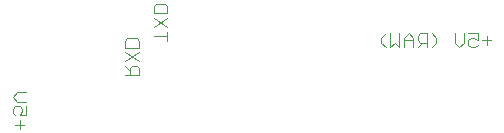
<source format=gbo>
G75*
%MOIN*%
%OFA0B0*%
%FSLAX25Y25*%
%IPPOS*%
%LPD*%
%AMOC8*
5,1,8,0,0,1.08239X$1,22.5*
%
%ADD10C,0.00400*%
D10*
X0150502Y0157888D02*
X0150502Y0160957D01*
X0150502Y0162492D02*
X0151269Y0164027D01*
X0151269Y0164794D01*
X0150502Y0165561D01*
X0148967Y0165561D01*
X0148200Y0164794D01*
X0148200Y0163259D01*
X0148967Y0162492D01*
X0150502Y0162492D02*
X0152804Y0162492D01*
X0152804Y0165561D01*
X0152804Y0167096D02*
X0149735Y0167096D01*
X0148200Y0168631D01*
X0149735Y0170165D01*
X0152804Y0170165D01*
X0152037Y0159423D02*
X0148967Y0159423D01*
X0185700Y0175888D02*
X0190304Y0175888D01*
X0190304Y0178190D01*
X0189537Y0178957D01*
X0188002Y0178957D01*
X0187235Y0178190D01*
X0187235Y0175888D01*
X0187235Y0177423D02*
X0185700Y0178957D01*
X0185700Y0180492D02*
X0190304Y0183561D01*
X0190304Y0185096D02*
X0190304Y0187398D01*
X0189537Y0188165D01*
X0186467Y0188165D01*
X0185700Y0187398D01*
X0185700Y0185096D01*
X0190304Y0185096D01*
X0190304Y0180492D02*
X0185700Y0183561D01*
X0195200Y0188923D02*
X0199804Y0188923D01*
X0199804Y0190457D02*
X0199804Y0187388D01*
X0199804Y0191992D02*
X0195200Y0195061D01*
X0195200Y0196596D02*
X0195200Y0198898D01*
X0195967Y0199665D01*
X0199037Y0199665D01*
X0199804Y0198898D01*
X0199804Y0196596D01*
X0195200Y0196596D01*
X0195200Y0191992D02*
X0199804Y0195061D01*
X0270969Y0188269D02*
X0272503Y0189804D01*
X0274038Y0189804D02*
X0274038Y0185200D01*
X0275573Y0186735D01*
X0277107Y0185200D01*
X0277107Y0189804D01*
X0278642Y0188269D02*
X0278642Y0185200D01*
X0278642Y0187502D02*
X0281711Y0187502D01*
X0281711Y0188269D02*
X0280176Y0189804D01*
X0278642Y0188269D01*
X0281711Y0188269D02*
X0281711Y0185200D01*
X0283246Y0185200D02*
X0284780Y0186735D01*
X0284013Y0186735D02*
X0286315Y0186735D01*
X0286315Y0185200D02*
X0286315Y0189804D01*
X0284013Y0189804D01*
X0283246Y0189037D01*
X0283246Y0187502D01*
X0284013Y0186735D01*
X0287850Y0185200D02*
X0289384Y0186735D01*
X0289384Y0188269D01*
X0287850Y0189804D01*
X0295523Y0189804D02*
X0295523Y0186735D01*
X0297058Y0185200D01*
X0298592Y0186735D01*
X0298592Y0189804D01*
X0300127Y0189804D02*
X0303196Y0189804D01*
X0303196Y0187502D01*
X0301661Y0188269D01*
X0300894Y0188269D01*
X0300127Y0187502D01*
X0300127Y0185967D01*
X0300894Y0185200D01*
X0302429Y0185200D01*
X0303196Y0185967D01*
X0304731Y0187502D02*
X0307800Y0187502D01*
X0306265Y0189037D02*
X0306265Y0185967D01*
X0272503Y0185200D02*
X0270969Y0186735D01*
X0270969Y0188269D01*
M02*

</source>
